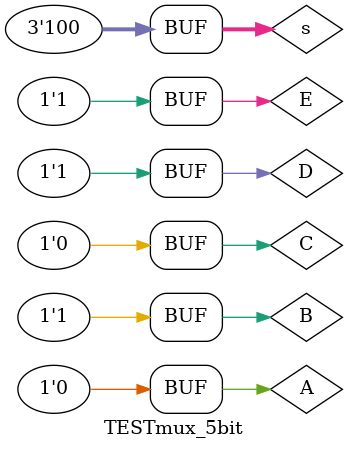
<source format=v>

`define AND and #20
`define OR or #20
`define NOT not #10

module mux_5bit(muxOut, in0, in1, in2, in3, in4, s);
  output muxOut;
  input in0, in1, in2, in3, in4;
  input [2:0] s;
  wire andOut0, andOut1, andOut2, andOut3, andOut4, nots0, nots1, nots2;
  
  `NOT nots0gate(nots0, s[0]);
  `NOT nots1gate(nots1, s[1]);
  `NOT nots2gate(nots2, s[2]);
  `AND and0(andOut0,in0,nots2,nots1,nots0);
  `AND and1(andOut1,in1,nots2,nots1,s[0]);
  `AND and2(andOut2,in2,nots2,s[1],nots0);
  `AND and3(andOut3,in3,nots2,s[1],s[0]);
  `AND and4(andOut4,in4,s[2],nots1,nots0);
  `OR finalOr(muxOut,andOut0,andOut1,andOut2,andOut3,andOut4);
endmodule

module TESTmux_5bit;
  reg A,B,C,D,E; 
  reg [2:0] s;
  wire muxOut; 
   
  //test mux
  initial  // Stimulus 
  begin 
    A=0; B=1; C=0; D=1; E=1; s[2]=0; s[1]=1; s[0]=1; 
    #150 s[0]=0; 
    #150 s[1]=0;
    #150 s[2]=1; 
  end 
  mux_5bit UUT (muxOut,A,B,C,D,E,s); 
  initial  // Response 
    $monitor($time,muxOut,A,B,C,D,E,s);
endmodule
</source>
